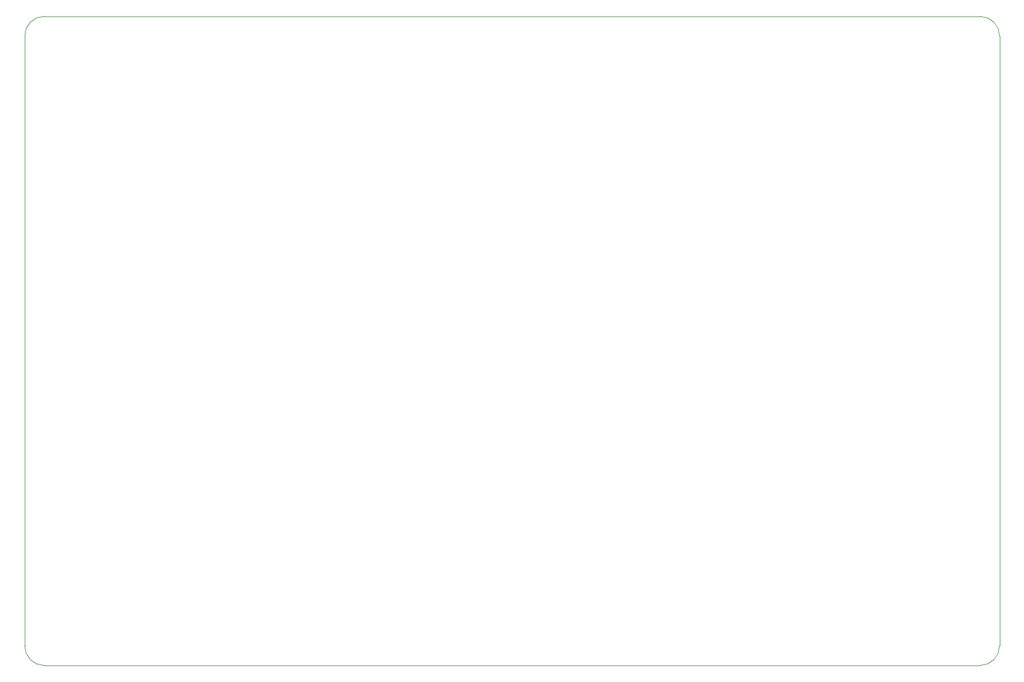
<source format=gm1>
%TF.GenerationSoftware,KiCad,Pcbnew,9.0.6*%
%TF.CreationDate,2025-12-01T13:51:19+09:00*%
%TF.ProjectId,fcBoard,6663426f-6172-4642-9e6b-696361645f70,0.2*%
%TF.SameCoordinates,Original*%
%TF.FileFunction,Profile,NP*%
%FSLAX46Y46*%
G04 Gerber Fmt 4.6, Leading zero omitted, Abs format (unit mm)*
G04 Created by KiCad (PCBNEW 9.0.6) date 2025-12-01 13:51:19*
%MOMM*%
%LPD*%
G01*
G04 APERTURE LIST*
%TA.AperFunction,Profile*%
%ADD10C,0.100000*%
%TD*%
G04 APERTURE END LIST*
D10*
X247000000Y-200000000D02*
X103000000Y-200000000D01*
X103000000Y-200000000D02*
G75*
G02*
X100000000Y-197000000I1100J3001100D01*
G01*
X250000000Y-103000000D02*
X250000000Y-197000000D01*
X100000000Y-197000000D02*
X100000000Y-103000000D01*
X247000000Y-100000000D02*
G75*
G02*
X250000000Y-103000000I-1100J-3001100D01*
G01*
X250000000Y-197000000D02*
G75*
G02*
X247000000Y-200000000I-3001100J1100D01*
G01*
X103000000Y-100000000D02*
X247000000Y-100000000D01*
X100000000Y-103000000D02*
G75*
G02*
X103000000Y-100000000I3001100J-1100D01*
G01*
M02*

</source>
